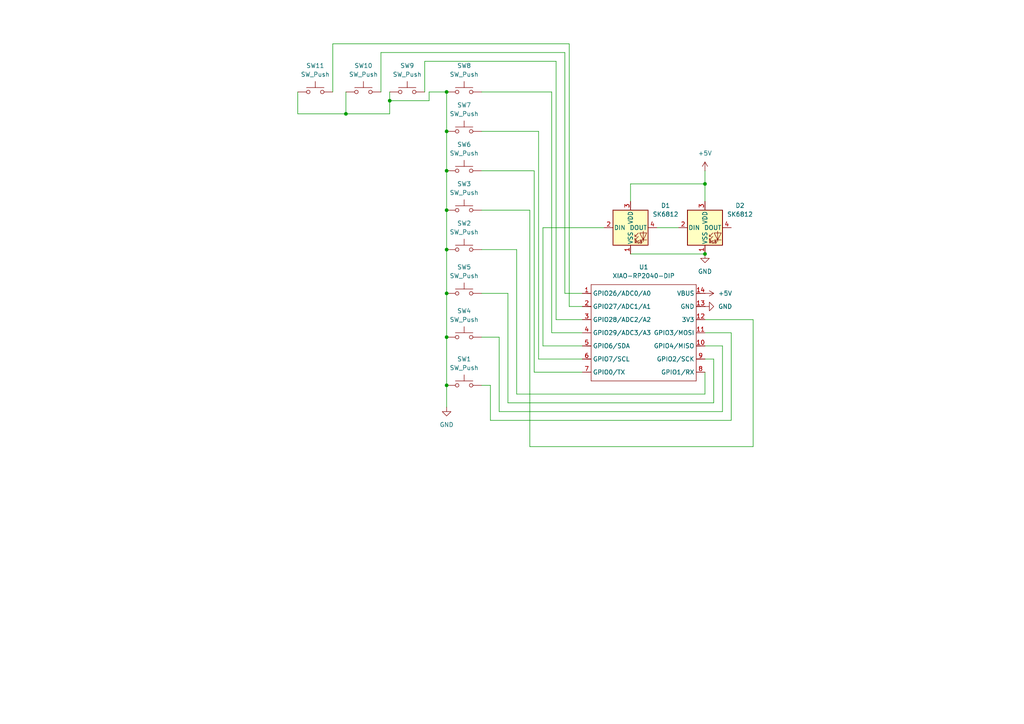
<source format=kicad_sch>
(kicad_sch (version 20250114) (generator "eeschema") (generator_version "9.0")
  (paper "A4")
  (lib_symbols
    (symbol "LED:SK6812" (pin_names (offset 0.254))
      (property "Reference" "D" (at 5.08 5.715 0))
      (property "Value" "SK6812" (at 1.27 -5.715 0))
      (symbol "SK6812_0_0"
        (text "RGB" (at 2.286 -4.191 0) (effects (font (size 0.762 0.762))))
      )
      (symbol "SK6812_0_1"
        (polyline (pts (xy 1.27 -2.54) (xy 1.778 -2.54)))
        (polyline (pts (xy 1.27 -3.556) (xy 1.778 -3.556)))
        (polyline (pts (xy 2.286 -1.524) (xy 1.27 -2.54) (xy 1.27 -2.032)))
        (polyline (pts (xy 2.286 -2.54) (xy 1.27 -3.556) (xy 1.27 -3.048)))
        (polyline (pts (xy 3.683 -1.016) (xy 3.683 -3.556) (xy 3.683 -4.064)))
        (polyline (pts (xy 4.699 -1.524) (xy 2.667 -1.524) (xy 3.683 -3.556) (xy 4.699 -1.524)))
        (polyline (pts (xy 4.699 -3.556) (xy 2.667 -3.556)))
        (rectangle (start 5.08 5.08) (end -5.08 -5.08) (stroke (width 0.254)) (fill (type background)))
      )
      (symbol "SK6812_1_1"
        (pin input line (at -7.62 0 0) (length 2.54) (name "DIN") (number "2"))
        (pin power_in line (at 0 7.62 270) (length 2.54) (name "VDD") (number "3"))
        (pin power_in line (at 0 -7.62 90) (length 2.54) (name "VSS") (number "1"))
        (pin output line (at 7.62 0 180) (length 2.54) (name "DOUT") (number "4"))
      )
    )
    (symbol "OPL Kicad Library:XIAO-RP2040-DIP"
      (property "Reference" "U" (at 0 0 0))
      (property "Value" "XIAO-RP2040-DIP" (at 5.334 -1.778 0))
      (symbol "XIAO-RP2040-DIP_1_0"
        (polyline (pts (xy -1.27 -2.54) (xy 29.21 -2.54)) (stroke (width 0.1524)))
        (polyline (pts (xy -1.27 -5.08) (xy -2.54 -5.08)) (stroke (width 0.1524)))
        (polyline (pts (xy -1.27 -5.08) (xy -1.27 -2.54)) (stroke (width 0.1524)))
        (polyline (pts (xy -1.27 -8.89) (xy -2.54 -8.89)) (stroke (width 0.1524)))
        (polyline (pts (xy -1.27 -8.89) (xy -1.27 -5.08)) (stroke (width 0.1524)))
        (polyline (pts (xy -1.27 -12.7) (xy -2.54 -12.7)) (stroke (width 0.1524)))
        (polyline (pts (xy -1.27 -12.7) (xy -1.27 -8.89)) (stroke (width 0.1524)))
        (polyline (pts (xy -1.27 -16.51) (xy -2.54 -16.51)) (stroke (width 0.1524)))
        (polyline (pts (xy -1.27 -16.51) (xy -1.27 -12.7)) (stroke (width 0.1524)))
        (polyline (pts (xy -1.27 -20.32) (xy -2.54 -20.32)) (stroke (width 0.1524)))
        (polyline (pts (xy -1.27 -24.13) (xy -2.54 -24.13)) (stroke (width 0.1524)))
        (polyline (pts (xy -1.27 -27.94) (xy -2.54 -27.94)) (stroke (width 0.1524)))
        (polyline (pts (xy -1.27 -30.48) (xy -1.27 -16.51)) (stroke (width 0.1524)))
        (polyline (pts (xy 29.21 -2.54) (xy 29.21 -5.08)) (stroke (width 0.1524)))
        (polyline (pts (xy 29.21 -5.08) (xy 29.21 -8.89)) (stroke (width 0.1524)))
        (polyline (pts (xy 29.21 -8.89) (xy 29.21 -12.7)) (stroke (width 0.1524)))
        (polyline (pts (xy 29.21 -12.7) (xy 29.21 -30.48)) (stroke (width 0.1524)))
        (polyline (pts (xy 29.21 -30.48) (xy -1.27 -30.48)) (stroke (width 0.1524)))
        (polyline (pts (xy 30.48 -5.08) (xy 29.21 -5.08)) (stroke (width 0.1524)))
        (polyline (pts (xy 30.48 -8.89) (xy 29.21 -8.89)) (stroke (width 0.1524)))
        (polyline (pts (xy 30.48 -12.7) (xy 29.21 -12.7)) (stroke (width 0.1524)))
        (polyline (pts (xy 30.48 -16.51) (xy 29.21 -16.51)) (stroke (width 0.1524)))
        (polyline (pts (xy 30.48 -20.32) (xy 29.21 -20.32)) (stroke (width 0.1524)))
        (polyline (pts (xy 30.48 -24.13) (xy 29.21 -24.13)) (stroke (width 0.1524)))
        (polyline (pts (xy 30.48 -27.94) (xy 29.21 -27.94)) (stroke (width 0.1524)))
        (pin passive line (at -3.81 -5.08 0) (length 2.54) (name "GPIO26/ADC0/A0") (number "1"))
        (pin passive line (at -3.81 -8.89 0) (length 2.54) (name "GPIO27/ADC1/A1") (number "2"))
        (pin passive line (at -3.81 -12.7 0) (length 2.54) (name "GPIO28/ADC2/A2") (number "3"))
        (pin passive line (at -3.81 -16.51 0) (length 2.54) (name "GPIO29/ADC3/A3") (number "4"))
        (pin passive line (at -3.81 -20.32 0) (length 2.54) (name "GPIO6/SDA") (number "5"))
        (pin passive line (at -3.81 -24.13 0) (length 2.54) (name "GPIO7/SCL") (number "6"))
        (pin passive line (at -3.81 -27.94 0) (length 2.54) (name "GPIO0/TX") (number "7"))
        (pin passive line (at 31.75 -5.08 180) (length 2.54) (name "VBUS") (number "14"))
        (pin passive line (at 31.75 -8.89 180) (length 2.54) (name "GND") (number "13"))
        (pin passive line (at 31.75 -12.7 180) (length 2.54) (name "3V3") (number "12"))
        (pin passive line (at 31.75 -16.51 180) (length 2.54) (name "GPIO3/MOSI") (number "11"))
        (pin passive line (at 31.75 -20.32 180) (length 2.54) (name "GPIO4/MISO") (number "10"))
        (pin passive line (at 31.75 -24.13 180) (length 2.54) (name "GPIO2/SCK") (number "9"))
        (pin passive line (at 31.75 -27.94 180) (length 2.54) (name "GPIO1/RX") (number "8"))
      )
    )
    (symbol "Switch:SW_Push" (pin_numbers (hide yes)) (pin_names (offset 1.016) (hide yes))
      (property "Reference" "SW" (at 1.27 2.54 0))
      (property "Value" "SW_Push" (at 0 -1.524 0))
      (symbol "SW_Push_0_1"
        (circle (center -2.032 0) (radius 0.508))
        (polyline (pts (xy 0 1.27) (xy 0 3.048)))
        (circle (center 2.032 0) (radius 0.508))
        (polyline (pts (xy 2.54 1.27) (xy -2.54 1.27)))
        (pin passive line (at -5.08 0 0) (length 2.54) (name "1") (number "1"))
        (pin passive line (at 5.08 0 180) (length 2.54) (name "2") (number "2"))
      )
    )
    (symbol "power:+5V" (power) (pin_numbers (hide yes)) (pin_names (offset 0) (hide yes))
      (property "Value" "+5V" (at 0 3.556 0))
      (symbol "+5V_0_1"
        (polyline (pts (xy -0.762 1.27) (xy 0 2.54)))
        (polyline (pts (xy 0 2.54) (xy 0.762 1.27)))
        (polyline (pts (xy 0 0) (xy 0 2.54)))
      )
      (symbol "+5V_1_1"
        (pin power_in line (at 0 0 90) (length 0) (name "~") (number "1"))
      )
    )
    (symbol "power:GND" (power) (pin_numbers (hide yes)) (pin_names (offset 0) (hide yes))
      (property "Value" "GND" (at 0 -3.81 0))
      (symbol "GND_0_1"
        (polyline (pts (xy 0 0) (xy 0 -1.27) (xy 1.27 -1.27) (xy 0 -2.54) (xy -1.27 -1.27) (xy 0 -1.27)))
      )
      (symbol "GND_1_1"
        (pin power_in line (at 0 0 270) (length 0) (name "~") (number "1"))
      )
    )
  )
  (junction (at 129.54 85.09))
  (junction (at 129.54 38.1))
  (junction (at 204.47 53.34))
  (junction (at 129.54 26.67))
  (junction (at 129.54 97.79))
  (junction (at 129.54 72.39))
  (junction (at 129.54 60.96))
  (junction (at 100.33 33.02))
  (junction (at 204.47 73.66))
  (junction (at 129.54 111.76))
  (junction (at 129.54 49.53))
  (junction (at 113.03 29.21))
  (wire (pts (xy 139.7 85.09) (xy 147.32 85.09)))
  (wire (pts (xy 129.54 49.53) (xy 129.54 60.96)))
  (wire (pts (xy 96.52 12.7) (xy 165.1 12.7)))
  (wire (pts (xy 113.03 29.21) (xy 124.46 29.21)))
  (wire (pts (xy 161.29 17.78) (xy 161.29 92.71)))
  (wire (pts (xy 123.19 17.78) (xy 161.29 17.78)))
  (wire (pts (xy 163.83 15.24) (xy 163.83 85.09)))
  (wire (pts (xy 204.47 53.34) (xy 204.47 58.42)))
  (wire (pts (xy 204.47 49.53) (xy 204.47 53.34)))
  (wire (pts (xy 160.02 26.67) (xy 160.02 96.52)))
  (wire (pts (xy 204.47 104.14) (xy 207.01 104.14)))
  (wire (pts (xy 139.7 38.1) (xy 156.21 38.1)))
  (wire (pts (xy 139.7 97.79) (xy 144.78 97.79)))
  (wire (pts (xy 129.54 60.96) (xy 129.54 72.39)))
  (wire (pts (xy 149.86 72.39) (xy 149.86 114.3)))
  (wire (pts (xy 207.01 116.84) (xy 207.01 104.14)))
  (wire (pts (xy 139.7 49.53) (xy 154.94 49.53)))
  (wire (pts (xy 149.86 114.3) (xy 204.47 114.3)))
  (wire (pts (xy 147.32 116.84) (xy 207.01 116.84)))
  (wire (pts (xy 204.47 107.95) (xy 204.47 114.3)))
  (wire (pts (xy 142.24 121.92) (xy 212.09 121.92)))
  (wire (pts (xy 218.44 129.54) (xy 218.44 92.71)))
  (wire (pts (xy 129.54 85.09) (xy 129.54 97.79)))
  (wire (pts (xy 204.47 96.52) (xy 212.09 96.52)))
  (wire (pts (xy 124.46 29.21) (xy 124.46 26.67)))
  (wire (pts (xy 147.32 85.09) (xy 147.32 116.84)))
  (wire (pts (xy 153.67 129.54) (xy 218.44 129.54)))
  (wire (pts (xy 157.48 66.04) (xy 157.48 100.33)))
  (wire (pts (xy 129.54 97.79) (xy 129.54 111.76)))
  (wire (pts (xy 209.55 119.38) (xy 209.55 100.33)))
  (wire (pts (xy 139.7 26.67) (xy 160.02 26.67)))
  (wire (pts (xy 144.78 97.79) (xy 144.78 119.38)))
  (wire (pts (xy 182.88 58.42) (xy 182.88 53.34)))
  (wire (pts (xy 139.7 111.76) (xy 142.24 111.76)))
  (wire (pts (xy 86.36 33.02) (xy 100.33 33.02)))
  (wire (pts (xy 129.54 72.39) (xy 129.54 85.09)))
  (wire (pts (xy 157.48 100.33) (xy 168.91 100.33)))
  (wire (pts (xy 139.7 60.96) (xy 153.67 60.96)))
  (wire (pts (xy 139.7 72.39) (xy 149.86 72.39)))
  (wire (pts (xy 190.5 66.04) (xy 196.85 66.04)))
  (wire (pts (xy 153.67 60.96) (xy 153.67 129.54)))
  (wire (pts (xy 144.78 119.38) (xy 209.55 119.38)))
  (wire (pts (xy 156.21 104.14) (xy 168.91 104.14)))
  (wire (pts (xy 129.54 38.1) (xy 129.54 49.53)))
  (wire (pts (xy 175.26 66.04) (xy 157.48 66.04)))
  (wire (pts (xy 100.33 33.02) (xy 113.03 33.02)))
  (wire (pts (xy 100.33 26.67) (xy 100.33 33.02)))
  (wire (pts (xy 123.19 26.67) (xy 123.19 17.78)))
  (wire (pts (xy 154.94 49.53) (xy 154.94 107.95)))
  (wire (pts (xy 212.09 121.92) (xy 212.09 96.52)))
  (wire (pts (xy 154.94 107.95) (xy 168.91 107.95)))
  (wire (pts (xy 182.88 73.66) (xy 204.47 73.66)))
  (wire (pts (xy 156.21 38.1) (xy 156.21 104.14)))
  (wire (pts (xy 165.1 12.7) (xy 165.1 88.9)))
  (wire (pts (xy 165.1 88.9) (xy 168.91 88.9)))
  (wire (pts (xy 161.29 92.71) (xy 168.91 92.71)))
  (wire (pts (xy 113.03 29.21) (xy 113.03 33.02)))
  (wire (pts (xy 129.54 111.76) (xy 129.54 118.11)))
  (wire (pts (xy 163.83 85.09) (xy 168.91 85.09)))
  (wire (pts (xy 124.46 26.67) (xy 129.54 26.67)))
  (wire (pts (xy 218.44 92.71) (xy 204.47 92.71)))
  (wire (pts (xy 113.03 26.67) (xy 113.03 29.21)))
  (wire (pts (xy 86.36 26.67) (xy 86.36 33.02)))
  (wire (pts (xy 160.02 96.52) (xy 168.91 96.52)))
  (wire (pts (xy 96.52 26.67) (xy 96.52 12.7)))
  (wire (pts (xy 110.49 15.24) (xy 163.83 15.24)))
  (wire (pts (xy 142.24 111.76) (xy 142.24 121.92)))
  (wire (pts (xy 182.88 53.34) (xy 204.47 53.34)))
  (wire (pts (xy 129.54 26.67) (xy 129.54 38.1)))
  (wire (pts (xy 110.49 15.24) (xy 110.49 26.67)))
  (wire (pts (xy 204.47 100.33) (xy 209.55 100.33)))
  (symbol (lib_id "power:+5V") (at 204.47 49.53 0) (unit 1)
    (property "Reference" "#PWR02" (effects (hide yes)))
    (property "Value" "+5V" (at 204.47 44.45 0))
    (property "Description" "Power symbol creates a global label with name \"+5V\"" (effects (hide yes)))
  )
  (symbol (lib_id "Switch:SW_Push") (at 134.62 97.79 0) (unit 1)
    (property "Reference" "SW4" (at 134.62 90.17 0))
    (property "Value" "SW_Push" (at 134.62 92.71 0))
    (property "Footprint" "Button_Switch_Keyboard:SW_Cherry_MX_1.00u_PCB" (effects (hide yes)))
    (property "Description" "Push button switch, generic, two pins" (effects (hide yes)))
  )
  (symbol (lib_id "Switch:SW_Push") (at 105.41 26.67 0) (unit 1)
    (property "Reference" "SW10" (at 105.41 19.05 0))
    (property "Value" "SW_Push" (at 105.41 21.59 0))
    (property "Footprint" "Button_Switch_Keyboard:SW_Cherry_MX_1.00u_PCB" (effects (hide yes)))
    (property "Description" "Push button switch, generic, two pins" (effects (hide yes)))
  )
  (symbol (lib_id "power:GND") (at 129.54 118.11 0) (unit 1)
    (property "Reference" "#PWR01" (effects (hide yes)))
    (property "Value" "GND" (at 129.54 123.19 0))
    (property "Description" "Power symbol creates a global label with name \"GND\" , ground" (effects (hide yes)))
  )
  (symbol (lib_id "Switch:SW_Push") (at 134.62 85.09 0) (unit 1)
    (property "Reference" "SW5" (at 134.62 77.47 0))
    (property "Value" "SW_Push" (at 134.62 80.01 0))
    (property "Footprint" "Button_Switch_Keyboard:SW_Cherry_MX_1.00u_PCB" (effects (hide yes)))
    (property "Description" "Push button switch, generic, two pins" (effects (hide yes)))
  )
  (symbol (lib_id "Switch:SW_Push") (at 118.11 26.67 0) (unit 1)
    (property "Reference" "SW9" (at 118.11 19.05 0))
    (property "Value" "SW_Push" (at 118.11 21.59 0))
    (property "Footprint" "Button_Switch_Keyboard:SW_Cherry_MX_1.00u_PCB" (effects (hide yes)))
    (property "Description" "Push button switch, generic, two pins" (effects (hide yes)))
  )
  (symbol (lib_id "Switch:SW_Push") (at 134.62 72.39 0) (unit 1)
    (property "Reference" "SW2" (at 134.62 64.77 0))
    (property "Value" "SW_Push" (at 134.62 67.31 0))
    (property "Footprint" "Button_Switch_Keyboard:SW_Cherry_MX_1.00u_PCB" (effects (hide yes)))
    (property "Description" "Push button switch, generic, two pins" (effects (hide yes)))
  )
  (symbol (lib_id "Switch:SW_Push") (at 134.62 26.67 0) (unit 1)
    (property "Reference" "SW8" (at 134.62 19.05 0))
    (property "Value" "SW_Push" (at 134.62 21.59 0))
    (property "Footprint" "Button_Switch_Keyboard:SW_Cherry_MX_1.00u_PCB" (effects (hide yes)))
    (property "Description" "Push button switch, generic, two pins" (effects (hide yes)))
  )
  (symbol (lib_id "OPL Kicad Library:XIAO-RP2040-DIP") (at 172.72 80.01 0) (unit 1)
    (property "Reference" "U1" (at 186.69 77.47 0))
    (property "Value" "XIAO-RP2040-DIP" (at 186.69 80.01 0))
    (property "Footprint" "OBL Lib:XIAO-RP2040-DIP" (effects (hide yes)))
  )
  (symbol (lib_id "Switch:SW_Push") (at 134.62 111.76 0) (unit 1)
    (property "Reference" "SW1" (at 134.62 104.14 0))
    (property "Value" "SW_Push" (at 134.62 106.68 0))
    (property "Footprint" "Button_Switch_Keyboard:SW_Cherry_MX_1.00u_PCB" (effects (hide yes)))
    (property "Description" "Push button switch, generic, two pins" (effects (hide yes)))
  )
  (symbol (lib_id "power:GND") (at 204.47 73.66 0) (unit 1)
    (property "Reference" "#PWR03" (effects (hide yes)))
    (property "Value" "GND" (at 204.47 78.74 0))
    (property "Description" "Power symbol creates a global label with name \"GND\" , ground" (effects (hide yes)))
  )
  (symbol (lib_id "Switch:SW_Push") (at 134.62 60.96 0) (unit 1)
    (property "Reference" "SW3" (at 134.62 53.34 0))
    (property "Value" "SW_Push" (at 134.62 55.88 0))
    (property "Footprint" "Button_Switch_Keyboard:SW_Cherry_MX_1.00u_PCB" (effects (hide yes)))
    (property "Description" "Push button switch, generic, two pins" (effects (hide yes)))
  )
  (symbol (lib_id "Switch:SW_Push") (at 91.44 26.67 0) (unit 1)
    (property "Reference" "SW11" (at 91.44 19.05 0))
    (property "Value" "SW_Push" (at 91.44 21.59 0))
    (property "Footprint" "Button_Switch_Keyboard:SW_Cherry_MX_1.00u_PCB" (effects (hide yes)))
    (property "Description" "Push button switch, generic, two pins" (effects (hide yes)))
  )
  (symbol (lib_id "Switch:SW_Push") (at 134.62 38.1 0) (unit 1)
    (property "Reference" "SW7" (at 134.62 30.48 0))
    (property "Value" "SW_Push" (at 134.62 33.02 0))
    (property "Footprint" "Button_Switch_Keyboard:SW_Cherry_MX_1.00u_PCB" (effects (hide yes)))
    (property "Description" "Push button switch, generic, two pins" (effects (hide yes)))
  )
  (symbol (lib_id "LED:SK6812") (at 182.88 66.04 0) (unit 1)
    (property "Reference" "D1" (at 193.04 59.6198 0))
    (property "Value" "SK6812" (at 193.04 62.1598 0))
    (property "Footprint" "LED_SMD:LED_SK6812MINI_PLCC4_3.5x3.5mm_P1.75mm" (effects (hide yes)))
    (property "Datasheet" "https://cdn-shop.adafruit.com/product-files/1138/SK6812+LED+datasheet+.pdf" (effects (hide yes)))
    (property "Description" "RGB LED with integrated controller" (effects (hide yes)))
  )
  (symbol (lib_id "Switch:SW_Push") (at 134.62 49.53 0) (unit 1)
    (property "Reference" "SW6" (at 134.62 41.91 0))
    (property "Value" "SW_Push" (at 134.62 44.45 0))
    (property "Footprint" "Button_Switch_Keyboard:SW_Cherry_MX_1.00u_PCB" (effects (hide yes)))
    (property "Description" "Push button switch, generic, two pins" (effects (hide yes)))
  )
  (symbol (lib_id "power:+5V") (at 204.47 85.09 270) (unit 1)
    (property "Reference" "#PWR05" (effects (hide yes)))
    (property "Value" "+5V" (at 208.28 85.0899 90) (effects (justify left)))
    (property "Description" "Power symbol creates a global label with name \"+5V\"" (effects (hide yes)))
  )
  (symbol (lib_id "LED:SK6812") (at 204.47 66.04 0) (unit 1)
    (property "Reference" "D2" (at 214.63 59.6198 0))
    (property "Value" "SK6812" (at 214.63 62.1598 0))
    (property "Footprint" "LED_SMD:LED_SK6812MINI_PLCC4_3.5x3.5mm_P1.75mm" (effects (hide yes)))
    (property "Datasheet" "https://cdn-shop.adafruit.com/product-files/1138/SK6812+LED+datasheet+.pdf" (effects (hide yes)))
    (property "Description" "RGB LED with integrated controller" (effects (hide yes)))
  )
  (symbol (lib_id "power:GND") (at 204.47 88.9 90) (unit 1)
    (property "Reference" "#PWR04" (effects (hide yes)))
    (property "Value" "GND" (at 208.28 88.8999 90) (effects (justify right)))
    (property "Description" "Power symbol creates a global label with name \"GND\" , ground" (effects (hide yes)))
  )
)
</source>
